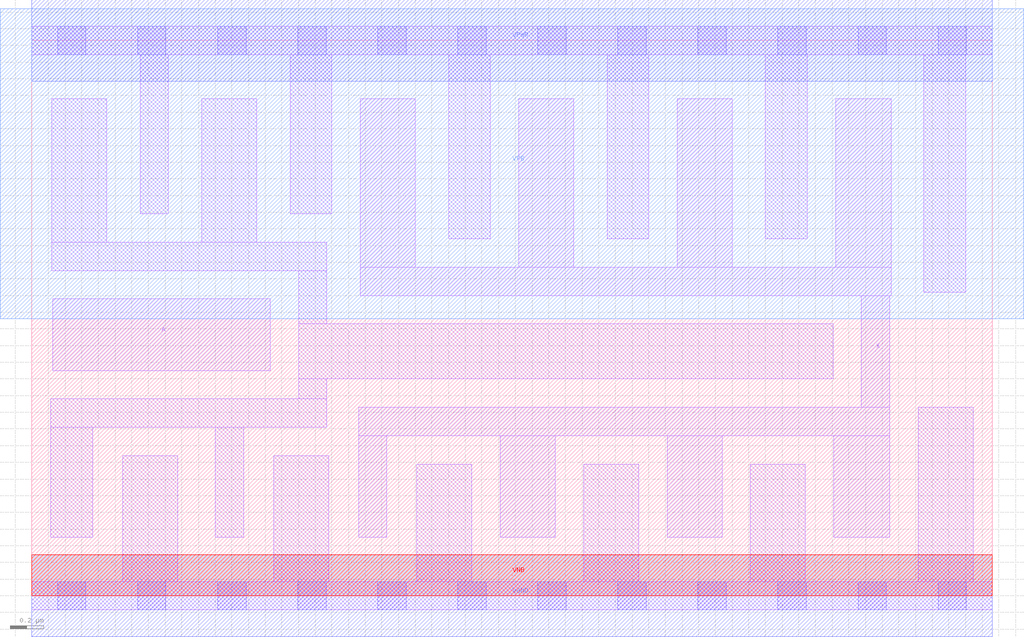
<source format=lef>
# Copyright 2020 The SkyWater PDK Authors
#
# Licensed under the Apache License, Version 2.0 (the "License");
# you may not use this file except in compliance with the License.
# You may obtain a copy of the License at
#
#     https://www.apache.org/licenses/LICENSE-2.0
#
# Unless required by applicable law or agreed to in writing, software
# distributed under the License is distributed on an "AS IS" BASIS,
# WITHOUT WARRANTIES OR CONDITIONS OF ANY KIND, either express or implied.
# See the License for the specific language governing permissions and
# limitations under the License.
#
# SPDX-License-Identifier: Apache-2.0

VERSION 5.7 ;
  NOWIREEXTENSIONATPIN ON ;
  DIVIDERCHAR "/" ;
  BUSBITCHARS "[]" ;
MACRO sky130_fd_sc_ls__buf_8
  CLASS CORE ;
  FOREIGN sky130_fd_sc_ls__buf_8 ;
  ORIGIN  0.000000  0.000000 ;
  SIZE  5.760000 BY  3.330000 ;
  SYMMETRY X Y ;
  SITE unit ;
  PIN A
    ANTENNAGATEAREA  0.837000 ;
    DIRECTION INPUT ;
    USE SIGNAL ;
    PORT
      LAYER li1 ;
        RECT 0.125000 1.350000 1.430000 1.780000 ;
    END
  END A
  PIN X
    ANTENNADIFFAREA  2.249300 ;
    DIRECTION OUTPUT ;
    USE SIGNAL ;
    PORT
      LAYER li1 ;
        RECT 1.960000 0.350000 2.130000 0.960000 ;
        RECT 1.960000 0.960000 5.145000 1.130000 ;
        RECT 1.970000 1.800000 5.155000 1.970000 ;
        RECT 1.970000 1.970000 2.300000 2.980000 ;
        RECT 2.810000 0.350000 3.140000 0.960000 ;
        RECT 2.920000 1.970000 3.250000 2.980000 ;
        RECT 3.810000 0.350000 4.140000 0.960000 ;
        RECT 3.870000 1.970000 4.200000 2.980000 ;
        RECT 4.810000 0.350000 5.145000 0.960000 ;
        RECT 4.820000 1.970000 5.155000 2.980000 ;
        RECT 4.975000 1.130000 5.145000 1.800000 ;
    END
  END X
  PIN VGND
    DIRECTION INOUT ;
    SHAPE ABUTMENT ;
    USE GROUND ;
    PORT
      LAYER met1 ;
        RECT 0.000000 -0.245000 5.760000 0.245000 ;
    END
  END VGND
  PIN VNB
    DIRECTION INOUT ;
    USE GROUND ;
    PORT
      LAYER pwell ;
        RECT 0.000000 0.000000 5.760000 0.245000 ;
    END
  END VNB
  PIN VPB
    DIRECTION INOUT ;
    USE POWER ;
    PORT
      LAYER nwell ;
        RECT -0.190000 1.660000 5.950000 3.520000 ;
    END
  END VPB
  PIN VPWR
    DIRECTION INOUT ;
    SHAPE ABUTMENT ;
    USE POWER ;
    PORT
      LAYER met1 ;
        RECT 0.000000 3.085000 5.760000 3.575000 ;
    END
  END VPWR
  OBS
    LAYER li1 ;
      RECT 0.000000 -0.085000 5.760000 0.085000 ;
      RECT 0.000000  3.245000 5.760000 3.415000 ;
      RECT 0.115000  0.350000 0.365000 1.010000 ;
      RECT 0.115000  1.010000 1.770000 1.180000 ;
      RECT 0.120000  1.950000 1.770000 2.120000 ;
      RECT 0.120000  2.120000 0.450000 2.980000 ;
      RECT 0.545000  0.085000 0.875000 0.840000 ;
      RECT 0.650000  2.290000 0.820000 3.245000 ;
      RECT 1.020000  2.120000 1.350000 2.980000 ;
      RECT 1.100000  0.350000 1.270000 1.010000 ;
      RECT 1.450000  0.085000 1.780000 0.840000 ;
      RECT 1.550000  2.290000 1.800000 3.245000 ;
      RECT 1.600000  1.180000 1.770000 1.300000 ;
      RECT 1.600000  1.300000 4.805000 1.630000 ;
      RECT 1.600000  1.630000 1.770000 1.950000 ;
      RECT 2.310000  0.085000 2.640000 0.790000 ;
      RECT 2.500000  2.140000 2.750000 3.245000 ;
      RECT 3.310000  0.085000 3.640000 0.790000 ;
      RECT 3.450000  2.140000 3.700000 3.245000 ;
      RECT 4.310000  0.085000 4.640000 0.790000 ;
      RECT 4.400000  2.140000 4.650000 3.245000 ;
      RECT 5.315000  0.085000 5.645000 1.130000 ;
      RECT 5.350000  1.820000 5.600000 3.245000 ;
    LAYER mcon ;
      RECT 0.155000 -0.085000 0.325000 0.085000 ;
      RECT 0.155000  3.245000 0.325000 3.415000 ;
      RECT 0.635000 -0.085000 0.805000 0.085000 ;
      RECT 0.635000  3.245000 0.805000 3.415000 ;
      RECT 1.115000 -0.085000 1.285000 0.085000 ;
      RECT 1.115000  3.245000 1.285000 3.415000 ;
      RECT 1.595000 -0.085000 1.765000 0.085000 ;
      RECT 1.595000  3.245000 1.765000 3.415000 ;
      RECT 2.075000 -0.085000 2.245000 0.085000 ;
      RECT 2.075000  3.245000 2.245000 3.415000 ;
      RECT 2.555000 -0.085000 2.725000 0.085000 ;
      RECT 2.555000  3.245000 2.725000 3.415000 ;
      RECT 3.035000 -0.085000 3.205000 0.085000 ;
      RECT 3.035000  3.245000 3.205000 3.415000 ;
      RECT 3.515000 -0.085000 3.685000 0.085000 ;
      RECT 3.515000  3.245000 3.685000 3.415000 ;
      RECT 3.995000 -0.085000 4.165000 0.085000 ;
      RECT 3.995000  3.245000 4.165000 3.415000 ;
      RECT 4.475000 -0.085000 4.645000 0.085000 ;
      RECT 4.475000  3.245000 4.645000 3.415000 ;
      RECT 4.955000 -0.085000 5.125000 0.085000 ;
      RECT 4.955000  3.245000 5.125000 3.415000 ;
      RECT 5.435000 -0.085000 5.605000 0.085000 ;
      RECT 5.435000  3.245000 5.605000 3.415000 ;
  END
END sky130_fd_sc_ls__buf_8
END LIBRARY

</source>
